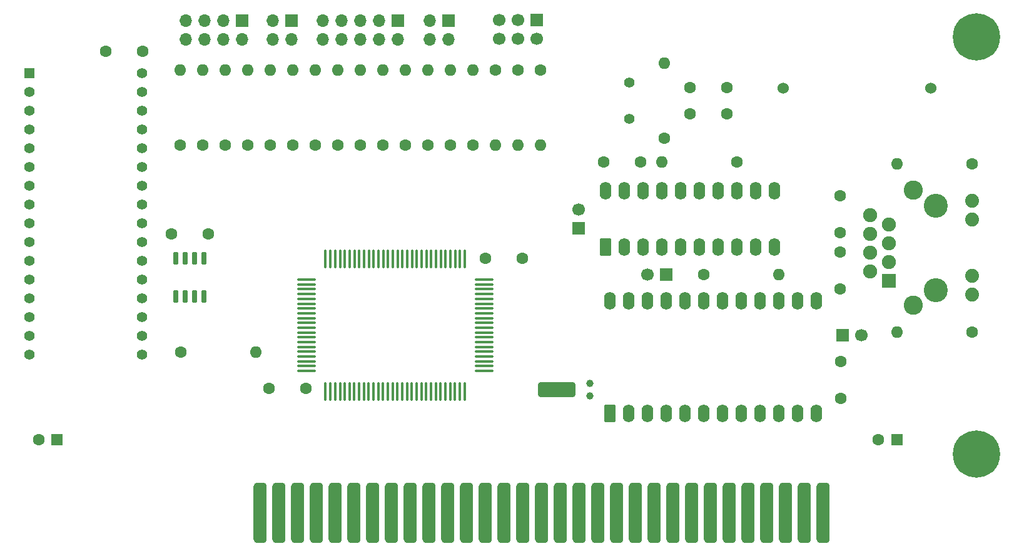
<source format=gts>
%TF.GenerationSoftware,KiCad,Pcbnew,9.0.7*%
%TF.CreationDate,2026-02-05T00:16:06+03:00*%
%TF.ProjectId,ISA8_Ethernet,49534138-5f45-4746-9865-726e65742e6b,1.0*%
%TF.SameCoordinates,Original*%
%TF.FileFunction,Soldermask,Top*%
%TF.FilePolarity,Negative*%
%FSLAX46Y46*%
G04 Gerber Fmt 4.6, Leading zero omitted, Abs format (unit mm)*
G04 Created by KiCad (PCBNEW 9.0.7) date 2026-02-05 00:16:06*
%MOMM*%
%LPD*%
G01*
G04 APERTURE LIST*
G04 Aperture macros list*
%AMRoundRect*
0 Rectangle with rounded corners*
0 $1 Rounding radius*
0 $2 $3 $4 $5 $6 $7 $8 $9 X,Y pos of 4 corners*
0 Add a 4 corners polygon primitive as box body*
4,1,4,$2,$3,$4,$5,$6,$7,$8,$9,$2,$3,0*
0 Add four circle primitives for the rounded corners*
1,1,$1+$1,$2,$3*
1,1,$1+$1,$4,$5*
1,1,$1+$1,$6,$7*
1,1,$1+$1,$8,$9*
0 Add four rect primitives between the rounded corners*
20,1,$1+$1,$2,$3,$4,$5,0*
20,1,$1+$1,$4,$5,$6,$7,0*
20,1,$1+$1,$6,$7,$8,$9,0*
20,1,$1+$1,$8,$9,$2,$3,0*%
G04 Aperture macros list end*
%ADD10C,6.400000*%
%ADD11C,1.397000*%
%ADD12R,1.397000X1.397000*%
%ADD13RoundRect,0.150000X0.150000X-0.725000X0.150000X0.725000X-0.150000X0.725000X-0.150000X-0.725000X0*%
%ADD14C,1.600000*%
%ADD15O,1.600000X1.600000*%
%ADD16RoundRect,0.100000X0.100000X-1.150000X0.100000X1.150000X-0.100000X1.150000X-0.100000X-1.150000X0*%
%ADD17RoundRect,0.100000X1.150000X0.100000X-1.150000X0.100000X-1.150000X-0.100000X1.150000X-0.100000X0*%
%ADD18RoundRect,0.444500X-0.444500X-3.619500X0.444500X-3.619500X0.444500X3.619500X-0.444500X3.619500X0*%
%ADD19C,3.250000*%
%ADD20C,2.600000*%
%ADD21C,1.890000*%
%ADD22R,1.900000X1.900000*%
%ADD23C,1.900000*%
%ADD24R,1.600000X1.600000*%
%ADD25R,1.700000X1.700000*%
%ADD26O,1.700000X1.700000*%
%ADD27C,1.524000*%
%ADD28C,1.700000*%
%ADD29C,1.000000*%
%ADD30RoundRect,0.250000X-2.250000X0.750000X-2.250000X-0.750000X2.250000X-0.750000X2.250000X0.750000X0*%
%ADD31RoundRect,0.250000X0.550000X-0.950000X0.550000X0.950000X-0.550000X0.950000X-0.550000X-0.950000X0*%
%ADD32O,1.600000X2.400000*%
G04 APERTURE END LIST*
D10*
%TO.C,HOLE1*%
X201041000Y-66040000D03*
%TD*%
%TO.C,HOLE2*%
X201041000Y-122555000D03*
%TD*%
D11*
%TO.C,Y1*%
X154072800Y-77148140D03*
X154072800Y-72266260D03*
%TD*%
D12*
%TO.C,U1*%
X72898000Y-71018400D03*
D11*
X72898000Y-73558400D03*
X72898000Y-76098400D03*
X72898000Y-78638400D03*
X72898000Y-81178400D03*
X72898000Y-83718400D03*
X72898000Y-86258400D03*
X72898000Y-88798400D03*
X72898000Y-91338400D03*
X72898000Y-93878400D03*
X72898000Y-96418400D03*
X72898000Y-98958400D03*
X72898000Y-101498400D03*
X72898000Y-104038400D03*
X72898000Y-106578400D03*
X72898000Y-109118400D03*
X88138000Y-109118400D03*
X88138000Y-106578400D03*
X88138000Y-104038400D03*
X88138000Y-101498400D03*
X88138000Y-98958400D03*
X88138000Y-96418400D03*
X88138000Y-93878400D03*
X88138000Y-91338400D03*
X88138000Y-88798400D03*
X88138000Y-86258400D03*
X88138000Y-83718400D03*
X88138000Y-81178400D03*
X88138000Y-78638400D03*
X88138000Y-76098400D03*
X88138000Y-73558400D03*
X88138000Y-71018400D03*
%TD*%
D13*
%TO.C,U2*%
X92684600Y-101228600D03*
X93954600Y-101228600D03*
X95224600Y-101228600D03*
X96494600Y-101228600D03*
X96494600Y-96078600D03*
X95224600Y-96078600D03*
X93954600Y-96078600D03*
X92684600Y-96078600D03*
%TD*%
D14*
%TO.C,C5*%
X134621400Y-96020400D03*
X139621400Y-96020400D03*
%TD*%
%TO.C,C3*%
X92089600Y-92710000D03*
X97089600Y-92710000D03*
%TD*%
%TO.C,R1*%
X93370400Y-108712000D03*
D15*
X103530400Y-108712000D03*
%TD*%
D14*
%TO.C,R16*%
X158772800Y-79787200D03*
D15*
X158772800Y-69627200D03*
%TD*%
D14*
%TO.C,C2*%
X88199600Y-68021200D03*
X83199600Y-68021200D03*
%TD*%
D16*
%TO.C,U3*%
X112964400Y-114113600D03*
X113614400Y-114113600D03*
X114264400Y-114113600D03*
X114914400Y-114113600D03*
X115539400Y-114113600D03*
X116189400Y-114113600D03*
X116839400Y-114113600D03*
X117489400Y-114113600D03*
X118139400Y-114113600D03*
X118789400Y-114113600D03*
X119439400Y-114113600D03*
X120089400Y-114113600D03*
X120739400Y-114113600D03*
X121389400Y-114113600D03*
X122039400Y-114113600D03*
X122689400Y-114113600D03*
X123339400Y-114113600D03*
X123989400Y-114113600D03*
X124639400Y-114113600D03*
X125289400Y-114113600D03*
X125939400Y-114113600D03*
X126589400Y-114113600D03*
X127239400Y-114113600D03*
X127889400Y-114113600D03*
X128539400Y-114113600D03*
X129189400Y-114113600D03*
X129839400Y-114113600D03*
X130489400Y-114113600D03*
X131139400Y-114113600D03*
X131789400Y-114113600D03*
D17*
X134389400Y-111288600D03*
X134389400Y-110638600D03*
X134389400Y-109988600D03*
X134389400Y-109338600D03*
X134389400Y-108688600D03*
X134389400Y-108038600D03*
X134389400Y-107388600D03*
X134389400Y-106738600D03*
X134389400Y-106088600D03*
X134389400Y-105438600D03*
X134389400Y-104788600D03*
X134389400Y-104138600D03*
X134389400Y-103488600D03*
X134389400Y-102838600D03*
X134389400Y-102188600D03*
X134389400Y-101538600D03*
X134389400Y-100888600D03*
X134389400Y-100238600D03*
X134389400Y-99588600D03*
X134389400Y-98938600D03*
D16*
X131814400Y-96113600D03*
X131164400Y-96113600D03*
X130514400Y-96113600D03*
X129864400Y-96113600D03*
X129214400Y-96113600D03*
X128564400Y-96113600D03*
X127914400Y-96113600D03*
X127264400Y-96113600D03*
X126614400Y-96113600D03*
X125964400Y-96113600D03*
X125314400Y-96113600D03*
X124664400Y-96113600D03*
X124014400Y-96113600D03*
X123364400Y-96113600D03*
X122714400Y-96113600D03*
X122064400Y-96113600D03*
X121414400Y-96113600D03*
X120764400Y-96113600D03*
X120114400Y-96113600D03*
X119464400Y-96113600D03*
X118814400Y-96113600D03*
X118164400Y-96113600D03*
X117514400Y-96113600D03*
X116864400Y-96113600D03*
X116214400Y-96113600D03*
X115564400Y-96113600D03*
X114914400Y-96113600D03*
X114264400Y-96113600D03*
X113614400Y-96113600D03*
X112964400Y-96113600D03*
D17*
X110389400Y-98938600D03*
X110389400Y-99588600D03*
X110389400Y-100238600D03*
X110389400Y-100888600D03*
X110389400Y-101538600D03*
X110389400Y-102188600D03*
X110389400Y-102838600D03*
X110389400Y-103488600D03*
X110389400Y-104138600D03*
X110389400Y-104788600D03*
X110389400Y-105438600D03*
X110389400Y-106088600D03*
X110389400Y-106738600D03*
X110389400Y-107388600D03*
X110389400Y-108038600D03*
X110389400Y-108688600D03*
X110389400Y-109338600D03*
X110389400Y-109988600D03*
X110389400Y-110638600D03*
X110389400Y-111288600D03*
%TD*%
D14*
%TO.C,R17*%
X168605200Y-83007200D03*
D15*
X158445200Y-83007200D03*
%TD*%
D14*
%TO.C,C7*%
X182575200Y-95239200D03*
X182575200Y-100239200D03*
%TD*%
%TO.C,R18*%
X200456800Y-83261200D03*
D15*
X190296800Y-83261200D03*
%TD*%
D14*
%TO.C,C10*%
X167272800Y-76507200D03*
X162272800Y-76507200D03*
%TD*%
%TO.C,C9*%
X167272800Y-72907200D03*
X162272800Y-72907200D03*
%TD*%
D18*
%TO.C,BUS1*%
X180340000Y-130492500D03*
X177800000Y-130492500D03*
X175260000Y-130492500D03*
X172720000Y-130492500D03*
X170180000Y-130492500D03*
X167640000Y-130492500D03*
X165100000Y-130492500D03*
X162560000Y-130492500D03*
X160020000Y-130492500D03*
X157480000Y-130492500D03*
X154940000Y-130492500D03*
X152400000Y-130492500D03*
X149860000Y-130492500D03*
X147320000Y-130492500D03*
X144780000Y-130492500D03*
X142240000Y-130492500D03*
X139700000Y-130492500D03*
X137160000Y-130492500D03*
X134620000Y-130492500D03*
X132080000Y-130492500D03*
X129540000Y-130492500D03*
X127000000Y-130492500D03*
X124460000Y-130492500D03*
X121920000Y-130492500D03*
X119380000Y-130492500D03*
X116840000Y-130492500D03*
X114300000Y-130492500D03*
X111760000Y-130492500D03*
X109220000Y-130492500D03*
X106680000Y-130492500D03*
X104140000Y-130492500D03*
%TD*%
D14*
%TO.C,C4*%
X110299000Y-113688000D03*
X105299000Y-113688000D03*
%TD*%
%TO.C,R19*%
X200480000Y-106000000D03*
D15*
X190320000Y-106000000D03*
%TD*%
D14*
%TO.C,C8*%
X182575200Y-92619200D03*
X182575200Y-87619200D03*
%TD*%
D19*
%TO.C,J5*%
X195570000Y-100330000D03*
X195570000Y-88900000D03*
D20*
X192520000Y-102390000D03*
X192520000Y-86840000D03*
D21*
X200470000Y-88290000D03*
X200470000Y-90830000D03*
X200470000Y-98400000D03*
X200470000Y-100940000D03*
D22*
X189230000Y-99060000D03*
D23*
X186690000Y-97790000D03*
X189230000Y-96520000D03*
X186690000Y-95250000D03*
X189230000Y-93980000D03*
X186690000Y-92710000D03*
X189230000Y-91440000D03*
X186690000Y-90170000D03*
%TD*%
D24*
%TO.C,C6*%
X190310779Y-120599200D03*
D14*
X187810779Y-120599200D03*
%TD*%
D24*
%TO.C,C1*%
X76606400Y-120599200D03*
D14*
X74106400Y-120599200D03*
%TD*%
%TO.C,R6*%
X102463600Y-80721200D03*
D15*
X102463600Y-70561200D03*
%TD*%
D25*
%TO.C,J1*%
X129641600Y-63844800D03*
D26*
X129641600Y-66384800D03*
X127101600Y-63844800D03*
X127101600Y-66384800D03*
%TD*%
D25*
%TO.C,J2*%
X108310600Y-63844800D03*
D26*
X108310600Y-66384800D03*
X105770600Y-63844800D03*
X105770600Y-66384800D03*
%TD*%
D14*
%TO.C,R21*%
X139039600Y-70561200D03*
D15*
X139039600Y-80721200D03*
%TD*%
D14*
%TO.C,R23*%
X164185600Y-98267600D03*
D15*
X174345600Y-98267600D03*
%TD*%
D27*
%TO.C,BT1*%
X194899280Y-72999600D03*
X174899320Y-72999600D03*
%TD*%
D25*
%TO.C,J4*%
X122778600Y-63844800D03*
D26*
X122778600Y-66384800D03*
X120238600Y-63844800D03*
X120238600Y-66384800D03*
X117698600Y-63844800D03*
X117698600Y-66384800D03*
X115158600Y-63844800D03*
X115158600Y-66384800D03*
X112618600Y-63844800D03*
X112618600Y-66384800D03*
%TD*%
D14*
%TO.C,R5*%
X105511600Y-80721200D03*
D15*
X105511600Y-70561200D03*
%TD*%
D14*
%TO.C,R8*%
X96367600Y-80721200D03*
D15*
X96367600Y-70561200D03*
%TD*%
D14*
%TO.C,R10*%
X132943600Y-80721200D03*
D15*
X132943600Y-70561200D03*
%TD*%
D25*
%TO.C,JP3*%
X147218400Y-91953000D03*
D28*
X147218400Y-89413000D03*
%TD*%
D14*
%TO.C,R12*%
X120751600Y-80721200D03*
D15*
X120751600Y-70561200D03*
%TD*%
D14*
%TO.C,R9*%
X93319600Y-80721200D03*
D15*
X93319600Y-70561200D03*
%TD*%
D25*
%TO.C,J6*%
X141579600Y-63814800D03*
D28*
X141579600Y-66354800D03*
X139039600Y-63814800D03*
X139039600Y-66354800D03*
X136499600Y-63814800D03*
X136499600Y-66354800D03*
%TD*%
D14*
%TO.C,R13*%
X117703600Y-80721200D03*
D15*
X117703600Y-70561200D03*
%TD*%
D25*
%TO.C,JP2*%
X182976600Y-106476800D03*
D28*
X185516600Y-106476800D03*
%TD*%
D29*
%TO.C,Y2*%
X148742400Y-112979200D03*
X148742400Y-114679200D03*
D30*
X144242400Y-113829200D03*
%TD*%
D25*
%TO.C,J3*%
X101691600Y-63844800D03*
D26*
X101691600Y-66384800D03*
X99151600Y-63844800D03*
X99151600Y-66384800D03*
X96611600Y-63844800D03*
X96611600Y-66384800D03*
X94071600Y-63844800D03*
X94071600Y-66384800D03*
%TD*%
D25*
%TO.C,JP1*%
X159054800Y-98267600D03*
D28*
X156514800Y-98267600D03*
%TD*%
D14*
%TO.C,R22*%
X142087600Y-70561200D03*
D15*
X142087600Y-80721200D03*
%TD*%
D14*
%TO.C,R11*%
X123799600Y-80721200D03*
D15*
X123799600Y-70561200D03*
%TD*%
D14*
%TO.C,R2*%
X129895600Y-80721200D03*
D15*
X129895600Y-70561200D03*
%TD*%
D14*
%TO.C,R4*%
X108559600Y-80721200D03*
D15*
X108559600Y-70561200D03*
%TD*%
D14*
%TO.C,C12*%
X150611200Y-83007200D03*
X155611200Y-83007200D03*
%TD*%
%TO.C,C11*%
X182727600Y-110022000D03*
X182727600Y-115022000D03*
%TD*%
%TO.C,R14*%
X114655600Y-80721200D03*
D15*
X114655600Y-70561200D03*
%TD*%
D14*
%TO.C,R20*%
X135991600Y-70561200D03*
D15*
X135991600Y-80721200D03*
%TD*%
D14*
%TO.C,R15*%
X111607600Y-80721200D03*
D15*
X111607600Y-70561200D03*
%TD*%
D14*
%TO.C,R7*%
X99415600Y-80721200D03*
D15*
X99415600Y-70561200D03*
%TD*%
D14*
%TO.C,R3*%
X126847600Y-80721200D03*
D15*
X126847600Y-70561200D03*
%TD*%
D31*
%TO.C,U5*%
X151429800Y-117043200D03*
D32*
X153969800Y-117043200D03*
X156509800Y-117043200D03*
X159049800Y-117043200D03*
X161589800Y-117043200D03*
X164129800Y-117043200D03*
X166669800Y-117043200D03*
X169209800Y-117043200D03*
X171749800Y-117043200D03*
X174289800Y-117043200D03*
X176829800Y-117043200D03*
X179369800Y-117043200D03*
X179369800Y-101803200D03*
X176829800Y-101803200D03*
X174289800Y-101803200D03*
X171749800Y-101803200D03*
X169209800Y-101803200D03*
X166669800Y-101803200D03*
X164129800Y-101803200D03*
X161589800Y-101803200D03*
X159049800Y-101803200D03*
X156509800Y-101803200D03*
X153969800Y-101803200D03*
X151429800Y-101803200D03*
%TD*%
D31*
%TO.C,U4*%
X150876000Y-94488000D03*
D32*
X153416000Y-94488000D03*
X155956000Y-94488000D03*
X158496000Y-94488000D03*
X161036000Y-94488000D03*
X163576000Y-94488000D03*
X166116000Y-94488000D03*
X168656000Y-94488000D03*
X171196000Y-94488000D03*
X173736000Y-94488000D03*
X173736000Y-86868000D03*
X171196000Y-86868000D03*
X168656000Y-86868000D03*
X166116000Y-86868000D03*
X163576000Y-86868000D03*
X161036000Y-86868000D03*
X158496000Y-86868000D03*
X155956000Y-86868000D03*
X153416000Y-86868000D03*
X150876000Y-86868000D03*
%TD*%
M02*

</source>
